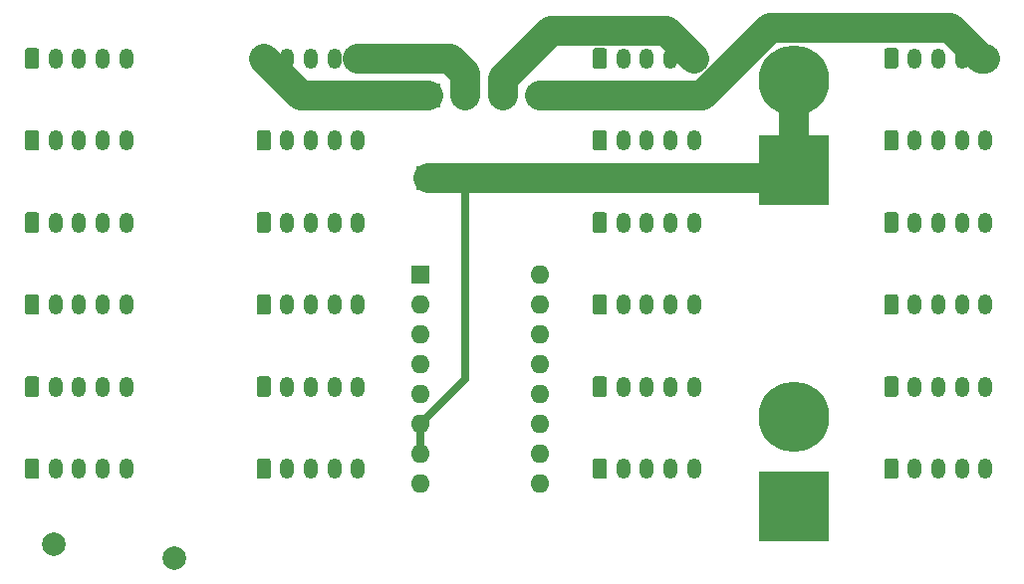
<source format=gbr>
G04 #@! TF.GenerationSoftware,KiCad,Pcbnew,(5.1.5)-3*
G04 #@! TF.CreationDate,2020-07-24T15:51:42-07:00*
G04 #@! TF.ProjectId,DSABATLI1,44534142-4154-44c4-9931-2e6b69636164,rev?*
G04 #@! TF.SameCoordinates,Original*
G04 #@! TF.FileFunction,Copper,L1,Top*
G04 #@! TF.FilePolarity,Positive*
%FSLAX46Y46*%
G04 Gerber Fmt 4.6, Leading zero omitted, Abs format (unit mm)*
G04 Created by KiCad (PCBNEW (5.1.5)-3) date 2020-07-24 15:51:42*
%MOMM*%
%LPD*%
G04 APERTURE LIST*
%ADD10C,1.998980*%
%ADD11R,1.998980X1.998980*%
%ADD12O,1.600000X1.600000*%
%ADD13R,1.600000X1.600000*%
%ADD14C,2.010000*%
%ADD15C,5.999480*%
%ADD16R,5.999480X5.999480*%
%ADD17O,1.200000X1.750000*%
%ADD18C,0.100000*%
%ADD19C,2.540000*%
%ADD20C,0.635000*%
G04 APERTURE END LIST*
D10*
X155575000Y-95250000D03*
X152400000Y-95250000D03*
X149225000Y-95250000D03*
D11*
X146050000Y-95250000D03*
D10*
X155575000Y-88265000D03*
X152400000Y-88265000D03*
X149225000Y-88265000D03*
D11*
X146050000Y-88265000D03*
D12*
X155575000Y-103505000D03*
X145415000Y-121285000D03*
X155575000Y-106045000D03*
X145415000Y-118745000D03*
X155575000Y-108585000D03*
X145415000Y-116205000D03*
X155575000Y-111125000D03*
X145415000Y-113665000D03*
X155575000Y-113665000D03*
X145415000Y-111125000D03*
X155575000Y-116205000D03*
X145415000Y-108585000D03*
X155575000Y-118745000D03*
X145415000Y-106045000D03*
X155575000Y-121285000D03*
D13*
X145415000Y-103505000D03*
D14*
X114260000Y-126435000D03*
X124460000Y-127635000D03*
D15*
X177165000Y-86995000D03*
D16*
X177165000Y-94615000D03*
D15*
X177165000Y-115570000D03*
D16*
X177165000Y-123190000D03*
D17*
X193420000Y-85090000D03*
X191420000Y-85090000D03*
X189420000Y-85090000D03*
X187420000Y-85090000D03*
G04 #@! TA.AperFunction,ComponentPad*
D18*
G36*
X185794505Y-84216204D02*
G01*
X185818773Y-84219804D01*
X185842572Y-84225765D01*
X185865671Y-84234030D01*
X185887850Y-84244520D01*
X185908893Y-84257132D01*
X185928599Y-84271747D01*
X185946777Y-84288223D01*
X185963253Y-84306401D01*
X185977868Y-84326107D01*
X185990480Y-84347150D01*
X186000970Y-84369329D01*
X186009235Y-84392428D01*
X186015196Y-84416227D01*
X186018796Y-84440495D01*
X186020000Y-84464999D01*
X186020000Y-85715001D01*
X186018796Y-85739505D01*
X186015196Y-85763773D01*
X186009235Y-85787572D01*
X186000970Y-85810671D01*
X185990480Y-85832850D01*
X185977868Y-85853893D01*
X185963253Y-85873599D01*
X185946777Y-85891777D01*
X185928599Y-85908253D01*
X185908893Y-85922868D01*
X185887850Y-85935480D01*
X185865671Y-85945970D01*
X185842572Y-85954235D01*
X185818773Y-85960196D01*
X185794505Y-85963796D01*
X185770001Y-85965000D01*
X185069999Y-85965000D01*
X185045495Y-85963796D01*
X185021227Y-85960196D01*
X184997428Y-85954235D01*
X184974329Y-85945970D01*
X184952150Y-85935480D01*
X184931107Y-85922868D01*
X184911401Y-85908253D01*
X184893223Y-85891777D01*
X184876747Y-85873599D01*
X184862132Y-85853893D01*
X184849520Y-85832850D01*
X184839030Y-85810671D01*
X184830765Y-85787572D01*
X184824804Y-85763773D01*
X184821204Y-85739505D01*
X184820000Y-85715001D01*
X184820000Y-84464999D01*
X184821204Y-84440495D01*
X184824804Y-84416227D01*
X184830765Y-84392428D01*
X184839030Y-84369329D01*
X184849520Y-84347150D01*
X184862132Y-84326107D01*
X184876747Y-84306401D01*
X184893223Y-84288223D01*
X184911401Y-84271747D01*
X184931107Y-84257132D01*
X184952150Y-84244520D01*
X184974329Y-84234030D01*
X184997428Y-84225765D01*
X185021227Y-84219804D01*
X185045495Y-84216204D01*
X185069999Y-84215000D01*
X185770001Y-84215000D01*
X185794505Y-84216204D01*
G37*
G04 #@! TD.AperFunction*
D17*
X193420000Y-92075000D03*
X191420000Y-92075000D03*
X189420000Y-92075000D03*
X187420000Y-92075000D03*
G04 #@! TA.AperFunction,ComponentPad*
D18*
G36*
X185794505Y-91201204D02*
G01*
X185818773Y-91204804D01*
X185842572Y-91210765D01*
X185865671Y-91219030D01*
X185887850Y-91229520D01*
X185908893Y-91242132D01*
X185928599Y-91256747D01*
X185946777Y-91273223D01*
X185963253Y-91291401D01*
X185977868Y-91311107D01*
X185990480Y-91332150D01*
X186000970Y-91354329D01*
X186009235Y-91377428D01*
X186015196Y-91401227D01*
X186018796Y-91425495D01*
X186020000Y-91449999D01*
X186020000Y-92700001D01*
X186018796Y-92724505D01*
X186015196Y-92748773D01*
X186009235Y-92772572D01*
X186000970Y-92795671D01*
X185990480Y-92817850D01*
X185977868Y-92838893D01*
X185963253Y-92858599D01*
X185946777Y-92876777D01*
X185928599Y-92893253D01*
X185908893Y-92907868D01*
X185887850Y-92920480D01*
X185865671Y-92930970D01*
X185842572Y-92939235D01*
X185818773Y-92945196D01*
X185794505Y-92948796D01*
X185770001Y-92950000D01*
X185069999Y-92950000D01*
X185045495Y-92948796D01*
X185021227Y-92945196D01*
X184997428Y-92939235D01*
X184974329Y-92930970D01*
X184952150Y-92920480D01*
X184931107Y-92907868D01*
X184911401Y-92893253D01*
X184893223Y-92876777D01*
X184876747Y-92858599D01*
X184862132Y-92838893D01*
X184849520Y-92817850D01*
X184839030Y-92795671D01*
X184830765Y-92772572D01*
X184824804Y-92748773D01*
X184821204Y-92724505D01*
X184820000Y-92700001D01*
X184820000Y-91449999D01*
X184821204Y-91425495D01*
X184824804Y-91401227D01*
X184830765Y-91377428D01*
X184839030Y-91354329D01*
X184849520Y-91332150D01*
X184862132Y-91311107D01*
X184876747Y-91291401D01*
X184893223Y-91273223D01*
X184911401Y-91256747D01*
X184931107Y-91242132D01*
X184952150Y-91229520D01*
X184974329Y-91219030D01*
X184997428Y-91210765D01*
X185021227Y-91204804D01*
X185045495Y-91201204D01*
X185069999Y-91200000D01*
X185770001Y-91200000D01*
X185794505Y-91201204D01*
G37*
G04 #@! TD.AperFunction*
D17*
X193420000Y-99060000D03*
X191420000Y-99060000D03*
X189420000Y-99060000D03*
X187420000Y-99060000D03*
G04 #@! TA.AperFunction,ComponentPad*
D18*
G36*
X185794505Y-98186204D02*
G01*
X185818773Y-98189804D01*
X185842572Y-98195765D01*
X185865671Y-98204030D01*
X185887850Y-98214520D01*
X185908893Y-98227132D01*
X185928599Y-98241747D01*
X185946777Y-98258223D01*
X185963253Y-98276401D01*
X185977868Y-98296107D01*
X185990480Y-98317150D01*
X186000970Y-98339329D01*
X186009235Y-98362428D01*
X186015196Y-98386227D01*
X186018796Y-98410495D01*
X186020000Y-98434999D01*
X186020000Y-99685001D01*
X186018796Y-99709505D01*
X186015196Y-99733773D01*
X186009235Y-99757572D01*
X186000970Y-99780671D01*
X185990480Y-99802850D01*
X185977868Y-99823893D01*
X185963253Y-99843599D01*
X185946777Y-99861777D01*
X185928599Y-99878253D01*
X185908893Y-99892868D01*
X185887850Y-99905480D01*
X185865671Y-99915970D01*
X185842572Y-99924235D01*
X185818773Y-99930196D01*
X185794505Y-99933796D01*
X185770001Y-99935000D01*
X185069999Y-99935000D01*
X185045495Y-99933796D01*
X185021227Y-99930196D01*
X184997428Y-99924235D01*
X184974329Y-99915970D01*
X184952150Y-99905480D01*
X184931107Y-99892868D01*
X184911401Y-99878253D01*
X184893223Y-99861777D01*
X184876747Y-99843599D01*
X184862132Y-99823893D01*
X184849520Y-99802850D01*
X184839030Y-99780671D01*
X184830765Y-99757572D01*
X184824804Y-99733773D01*
X184821204Y-99709505D01*
X184820000Y-99685001D01*
X184820000Y-98434999D01*
X184821204Y-98410495D01*
X184824804Y-98386227D01*
X184830765Y-98362428D01*
X184839030Y-98339329D01*
X184849520Y-98317150D01*
X184862132Y-98296107D01*
X184876747Y-98276401D01*
X184893223Y-98258223D01*
X184911401Y-98241747D01*
X184931107Y-98227132D01*
X184952150Y-98214520D01*
X184974329Y-98204030D01*
X184997428Y-98195765D01*
X185021227Y-98189804D01*
X185045495Y-98186204D01*
X185069999Y-98185000D01*
X185770001Y-98185000D01*
X185794505Y-98186204D01*
G37*
G04 #@! TD.AperFunction*
D17*
X193420000Y-106045000D03*
X191420000Y-106045000D03*
X189420000Y-106045000D03*
X187420000Y-106045000D03*
G04 #@! TA.AperFunction,ComponentPad*
D18*
G36*
X185794505Y-105171204D02*
G01*
X185818773Y-105174804D01*
X185842572Y-105180765D01*
X185865671Y-105189030D01*
X185887850Y-105199520D01*
X185908893Y-105212132D01*
X185928599Y-105226747D01*
X185946777Y-105243223D01*
X185963253Y-105261401D01*
X185977868Y-105281107D01*
X185990480Y-105302150D01*
X186000970Y-105324329D01*
X186009235Y-105347428D01*
X186015196Y-105371227D01*
X186018796Y-105395495D01*
X186020000Y-105419999D01*
X186020000Y-106670001D01*
X186018796Y-106694505D01*
X186015196Y-106718773D01*
X186009235Y-106742572D01*
X186000970Y-106765671D01*
X185990480Y-106787850D01*
X185977868Y-106808893D01*
X185963253Y-106828599D01*
X185946777Y-106846777D01*
X185928599Y-106863253D01*
X185908893Y-106877868D01*
X185887850Y-106890480D01*
X185865671Y-106900970D01*
X185842572Y-106909235D01*
X185818773Y-106915196D01*
X185794505Y-106918796D01*
X185770001Y-106920000D01*
X185069999Y-106920000D01*
X185045495Y-106918796D01*
X185021227Y-106915196D01*
X184997428Y-106909235D01*
X184974329Y-106900970D01*
X184952150Y-106890480D01*
X184931107Y-106877868D01*
X184911401Y-106863253D01*
X184893223Y-106846777D01*
X184876747Y-106828599D01*
X184862132Y-106808893D01*
X184849520Y-106787850D01*
X184839030Y-106765671D01*
X184830765Y-106742572D01*
X184824804Y-106718773D01*
X184821204Y-106694505D01*
X184820000Y-106670001D01*
X184820000Y-105419999D01*
X184821204Y-105395495D01*
X184824804Y-105371227D01*
X184830765Y-105347428D01*
X184839030Y-105324329D01*
X184849520Y-105302150D01*
X184862132Y-105281107D01*
X184876747Y-105261401D01*
X184893223Y-105243223D01*
X184911401Y-105226747D01*
X184931107Y-105212132D01*
X184952150Y-105199520D01*
X184974329Y-105189030D01*
X184997428Y-105180765D01*
X185021227Y-105174804D01*
X185045495Y-105171204D01*
X185069999Y-105170000D01*
X185770001Y-105170000D01*
X185794505Y-105171204D01*
G37*
G04 #@! TD.AperFunction*
D17*
X193420000Y-113030000D03*
X191420000Y-113030000D03*
X189420000Y-113030000D03*
X187420000Y-113030000D03*
G04 #@! TA.AperFunction,ComponentPad*
D18*
G36*
X185794505Y-112156204D02*
G01*
X185818773Y-112159804D01*
X185842572Y-112165765D01*
X185865671Y-112174030D01*
X185887850Y-112184520D01*
X185908893Y-112197132D01*
X185928599Y-112211747D01*
X185946777Y-112228223D01*
X185963253Y-112246401D01*
X185977868Y-112266107D01*
X185990480Y-112287150D01*
X186000970Y-112309329D01*
X186009235Y-112332428D01*
X186015196Y-112356227D01*
X186018796Y-112380495D01*
X186020000Y-112404999D01*
X186020000Y-113655001D01*
X186018796Y-113679505D01*
X186015196Y-113703773D01*
X186009235Y-113727572D01*
X186000970Y-113750671D01*
X185990480Y-113772850D01*
X185977868Y-113793893D01*
X185963253Y-113813599D01*
X185946777Y-113831777D01*
X185928599Y-113848253D01*
X185908893Y-113862868D01*
X185887850Y-113875480D01*
X185865671Y-113885970D01*
X185842572Y-113894235D01*
X185818773Y-113900196D01*
X185794505Y-113903796D01*
X185770001Y-113905000D01*
X185069999Y-113905000D01*
X185045495Y-113903796D01*
X185021227Y-113900196D01*
X184997428Y-113894235D01*
X184974329Y-113885970D01*
X184952150Y-113875480D01*
X184931107Y-113862868D01*
X184911401Y-113848253D01*
X184893223Y-113831777D01*
X184876747Y-113813599D01*
X184862132Y-113793893D01*
X184849520Y-113772850D01*
X184839030Y-113750671D01*
X184830765Y-113727572D01*
X184824804Y-113703773D01*
X184821204Y-113679505D01*
X184820000Y-113655001D01*
X184820000Y-112404999D01*
X184821204Y-112380495D01*
X184824804Y-112356227D01*
X184830765Y-112332428D01*
X184839030Y-112309329D01*
X184849520Y-112287150D01*
X184862132Y-112266107D01*
X184876747Y-112246401D01*
X184893223Y-112228223D01*
X184911401Y-112211747D01*
X184931107Y-112197132D01*
X184952150Y-112184520D01*
X184974329Y-112174030D01*
X184997428Y-112165765D01*
X185021227Y-112159804D01*
X185045495Y-112156204D01*
X185069999Y-112155000D01*
X185770001Y-112155000D01*
X185794505Y-112156204D01*
G37*
G04 #@! TD.AperFunction*
D17*
X193420000Y-120015000D03*
X191420000Y-120015000D03*
X189420000Y-120015000D03*
X187420000Y-120015000D03*
G04 #@! TA.AperFunction,ComponentPad*
D18*
G36*
X185794505Y-119141204D02*
G01*
X185818773Y-119144804D01*
X185842572Y-119150765D01*
X185865671Y-119159030D01*
X185887850Y-119169520D01*
X185908893Y-119182132D01*
X185928599Y-119196747D01*
X185946777Y-119213223D01*
X185963253Y-119231401D01*
X185977868Y-119251107D01*
X185990480Y-119272150D01*
X186000970Y-119294329D01*
X186009235Y-119317428D01*
X186015196Y-119341227D01*
X186018796Y-119365495D01*
X186020000Y-119389999D01*
X186020000Y-120640001D01*
X186018796Y-120664505D01*
X186015196Y-120688773D01*
X186009235Y-120712572D01*
X186000970Y-120735671D01*
X185990480Y-120757850D01*
X185977868Y-120778893D01*
X185963253Y-120798599D01*
X185946777Y-120816777D01*
X185928599Y-120833253D01*
X185908893Y-120847868D01*
X185887850Y-120860480D01*
X185865671Y-120870970D01*
X185842572Y-120879235D01*
X185818773Y-120885196D01*
X185794505Y-120888796D01*
X185770001Y-120890000D01*
X185069999Y-120890000D01*
X185045495Y-120888796D01*
X185021227Y-120885196D01*
X184997428Y-120879235D01*
X184974329Y-120870970D01*
X184952150Y-120860480D01*
X184931107Y-120847868D01*
X184911401Y-120833253D01*
X184893223Y-120816777D01*
X184876747Y-120798599D01*
X184862132Y-120778893D01*
X184849520Y-120757850D01*
X184839030Y-120735671D01*
X184830765Y-120712572D01*
X184824804Y-120688773D01*
X184821204Y-120664505D01*
X184820000Y-120640001D01*
X184820000Y-119389999D01*
X184821204Y-119365495D01*
X184824804Y-119341227D01*
X184830765Y-119317428D01*
X184839030Y-119294329D01*
X184849520Y-119272150D01*
X184862132Y-119251107D01*
X184876747Y-119231401D01*
X184893223Y-119213223D01*
X184911401Y-119196747D01*
X184931107Y-119182132D01*
X184952150Y-119169520D01*
X184974329Y-119159030D01*
X184997428Y-119150765D01*
X185021227Y-119144804D01*
X185045495Y-119141204D01*
X185069999Y-119140000D01*
X185770001Y-119140000D01*
X185794505Y-119141204D01*
G37*
G04 #@! TD.AperFunction*
D17*
X168655000Y-85090000D03*
X166655000Y-85090000D03*
X164655000Y-85090000D03*
X162655000Y-85090000D03*
G04 #@! TA.AperFunction,ComponentPad*
D18*
G36*
X161029505Y-84216204D02*
G01*
X161053773Y-84219804D01*
X161077572Y-84225765D01*
X161100671Y-84234030D01*
X161122850Y-84244520D01*
X161143893Y-84257132D01*
X161163599Y-84271747D01*
X161181777Y-84288223D01*
X161198253Y-84306401D01*
X161212868Y-84326107D01*
X161225480Y-84347150D01*
X161235970Y-84369329D01*
X161244235Y-84392428D01*
X161250196Y-84416227D01*
X161253796Y-84440495D01*
X161255000Y-84464999D01*
X161255000Y-85715001D01*
X161253796Y-85739505D01*
X161250196Y-85763773D01*
X161244235Y-85787572D01*
X161235970Y-85810671D01*
X161225480Y-85832850D01*
X161212868Y-85853893D01*
X161198253Y-85873599D01*
X161181777Y-85891777D01*
X161163599Y-85908253D01*
X161143893Y-85922868D01*
X161122850Y-85935480D01*
X161100671Y-85945970D01*
X161077572Y-85954235D01*
X161053773Y-85960196D01*
X161029505Y-85963796D01*
X161005001Y-85965000D01*
X160304999Y-85965000D01*
X160280495Y-85963796D01*
X160256227Y-85960196D01*
X160232428Y-85954235D01*
X160209329Y-85945970D01*
X160187150Y-85935480D01*
X160166107Y-85922868D01*
X160146401Y-85908253D01*
X160128223Y-85891777D01*
X160111747Y-85873599D01*
X160097132Y-85853893D01*
X160084520Y-85832850D01*
X160074030Y-85810671D01*
X160065765Y-85787572D01*
X160059804Y-85763773D01*
X160056204Y-85739505D01*
X160055000Y-85715001D01*
X160055000Y-84464999D01*
X160056204Y-84440495D01*
X160059804Y-84416227D01*
X160065765Y-84392428D01*
X160074030Y-84369329D01*
X160084520Y-84347150D01*
X160097132Y-84326107D01*
X160111747Y-84306401D01*
X160128223Y-84288223D01*
X160146401Y-84271747D01*
X160166107Y-84257132D01*
X160187150Y-84244520D01*
X160209329Y-84234030D01*
X160232428Y-84225765D01*
X160256227Y-84219804D01*
X160280495Y-84216204D01*
X160304999Y-84215000D01*
X161005001Y-84215000D01*
X161029505Y-84216204D01*
G37*
G04 #@! TD.AperFunction*
D17*
X168655000Y-92075000D03*
X166655000Y-92075000D03*
X164655000Y-92075000D03*
X162655000Y-92075000D03*
G04 #@! TA.AperFunction,ComponentPad*
D18*
G36*
X161029505Y-91201204D02*
G01*
X161053773Y-91204804D01*
X161077572Y-91210765D01*
X161100671Y-91219030D01*
X161122850Y-91229520D01*
X161143893Y-91242132D01*
X161163599Y-91256747D01*
X161181777Y-91273223D01*
X161198253Y-91291401D01*
X161212868Y-91311107D01*
X161225480Y-91332150D01*
X161235970Y-91354329D01*
X161244235Y-91377428D01*
X161250196Y-91401227D01*
X161253796Y-91425495D01*
X161255000Y-91449999D01*
X161255000Y-92700001D01*
X161253796Y-92724505D01*
X161250196Y-92748773D01*
X161244235Y-92772572D01*
X161235970Y-92795671D01*
X161225480Y-92817850D01*
X161212868Y-92838893D01*
X161198253Y-92858599D01*
X161181777Y-92876777D01*
X161163599Y-92893253D01*
X161143893Y-92907868D01*
X161122850Y-92920480D01*
X161100671Y-92930970D01*
X161077572Y-92939235D01*
X161053773Y-92945196D01*
X161029505Y-92948796D01*
X161005001Y-92950000D01*
X160304999Y-92950000D01*
X160280495Y-92948796D01*
X160256227Y-92945196D01*
X160232428Y-92939235D01*
X160209329Y-92930970D01*
X160187150Y-92920480D01*
X160166107Y-92907868D01*
X160146401Y-92893253D01*
X160128223Y-92876777D01*
X160111747Y-92858599D01*
X160097132Y-92838893D01*
X160084520Y-92817850D01*
X160074030Y-92795671D01*
X160065765Y-92772572D01*
X160059804Y-92748773D01*
X160056204Y-92724505D01*
X160055000Y-92700001D01*
X160055000Y-91449999D01*
X160056204Y-91425495D01*
X160059804Y-91401227D01*
X160065765Y-91377428D01*
X160074030Y-91354329D01*
X160084520Y-91332150D01*
X160097132Y-91311107D01*
X160111747Y-91291401D01*
X160128223Y-91273223D01*
X160146401Y-91256747D01*
X160166107Y-91242132D01*
X160187150Y-91229520D01*
X160209329Y-91219030D01*
X160232428Y-91210765D01*
X160256227Y-91204804D01*
X160280495Y-91201204D01*
X160304999Y-91200000D01*
X161005001Y-91200000D01*
X161029505Y-91201204D01*
G37*
G04 #@! TD.AperFunction*
D17*
X168655000Y-99060000D03*
X166655000Y-99060000D03*
X164655000Y-99060000D03*
X162655000Y-99060000D03*
G04 #@! TA.AperFunction,ComponentPad*
D18*
G36*
X161029505Y-98186204D02*
G01*
X161053773Y-98189804D01*
X161077572Y-98195765D01*
X161100671Y-98204030D01*
X161122850Y-98214520D01*
X161143893Y-98227132D01*
X161163599Y-98241747D01*
X161181777Y-98258223D01*
X161198253Y-98276401D01*
X161212868Y-98296107D01*
X161225480Y-98317150D01*
X161235970Y-98339329D01*
X161244235Y-98362428D01*
X161250196Y-98386227D01*
X161253796Y-98410495D01*
X161255000Y-98434999D01*
X161255000Y-99685001D01*
X161253796Y-99709505D01*
X161250196Y-99733773D01*
X161244235Y-99757572D01*
X161235970Y-99780671D01*
X161225480Y-99802850D01*
X161212868Y-99823893D01*
X161198253Y-99843599D01*
X161181777Y-99861777D01*
X161163599Y-99878253D01*
X161143893Y-99892868D01*
X161122850Y-99905480D01*
X161100671Y-99915970D01*
X161077572Y-99924235D01*
X161053773Y-99930196D01*
X161029505Y-99933796D01*
X161005001Y-99935000D01*
X160304999Y-99935000D01*
X160280495Y-99933796D01*
X160256227Y-99930196D01*
X160232428Y-99924235D01*
X160209329Y-99915970D01*
X160187150Y-99905480D01*
X160166107Y-99892868D01*
X160146401Y-99878253D01*
X160128223Y-99861777D01*
X160111747Y-99843599D01*
X160097132Y-99823893D01*
X160084520Y-99802850D01*
X160074030Y-99780671D01*
X160065765Y-99757572D01*
X160059804Y-99733773D01*
X160056204Y-99709505D01*
X160055000Y-99685001D01*
X160055000Y-98434999D01*
X160056204Y-98410495D01*
X160059804Y-98386227D01*
X160065765Y-98362428D01*
X160074030Y-98339329D01*
X160084520Y-98317150D01*
X160097132Y-98296107D01*
X160111747Y-98276401D01*
X160128223Y-98258223D01*
X160146401Y-98241747D01*
X160166107Y-98227132D01*
X160187150Y-98214520D01*
X160209329Y-98204030D01*
X160232428Y-98195765D01*
X160256227Y-98189804D01*
X160280495Y-98186204D01*
X160304999Y-98185000D01*
X161005001Y-98185000D01*
X161029505Y-98186204D01*
G37*
G04 #@! TD.AperFunction*
D17*
X168655000Y-106045000D03*
X166655000Y-106045000D03*
X164655000Y-106045000D03*
X162655000Y-106045000D03*
G04 #@! TA.AperFunction,ComponentPad*
D18*
G36*
X161029505Y-105171204D02*
G01*
X161053773Y-105174804D01*
X161077572Y-105180765D01*
X161100671Y-105189030D01*
X161122850Y-105199520D01*
X161143893Y-105212132D01*
X161163599Y-105226747D01*
X161181777Y-105243223D01*
X161198253Y-105261401D01*
X161212868Y-105281107D01*
X161225480Y-105302150D01*
X161235970Y-105324329D01*
X161244235Y-105347428D01*
X161250196Y-105371227D01*
X161253796Y-105395495D01*
X161255000Y-105419999D01*
X161255000Y-106670001D01*
X161253796Y-106694505D01*
X161250196Y-106718773D01*
X161244235Y-106742572D01*
X161235970Y-106765671D01*
X161225480Y-106787850D01*
X161212868Y-106808893D01*
X161198253Y-106828599D01*
X161181777Y-106846777D01*
X161163599Y-106863253D01*
X161143893Y-106877868D01*
X161122850Y-106890480D01*
X161100671Y-106900970D01*
X161077572Y-106909235D01*
X161053773Y-106915196D01*
X161029505Y-106918796D01*
X161005001Y-106920000D01*
X160304999Y-106920000D01*
X160280495Y-106918796D01*
X160256227Y-106915196D01*
X160232428Y-106909235D01*
X160209329Y-106900970D01*
X160187150Y-106890480D01*
X160166107Y-106877868D01*
X160146401Y-106863253D01*
X160128223Y-106846777D01*
X160111747Y-106828599D01*
X160097132Y-106808893D01*
X160084520Y-106787850D01*
X160074030Y-106765671D01*
X160065765Y-106742572D01*
X160059804Y-106718773D01*
X160056204Y-106694505D01*
X160055000Y-106670001D01*
X160055000Y-105419999D01*
X160056204Y-105395495D01*
X160059804Y-105371227D01*
X160065765Y-105347428D01*
X160074030Y-105324329D01*
X160084520Y-105302150D01*
X160097132Y-105281107D01*
X160111747Y-105261401D01*
X160128223Y-105243223D01*
X160146401Y-105226747D01*
X160166107Y-105212132D01*
X160187150Y-105199520D01*
X160209329Y-105189030D01*
X160232428Y-105180765D01*
X160256227Y-105174804D01*
X160280495Y-105171204D01*
X160304999Y-105170000D01*
X161005001Y-105170000D01*
X161029505Y-105171204D01*
G37*
G04 #@! TD.AperFunction*
D17*
X168655000Y-113030000D03*
X166655000Y-113030000D03*
X164655000Y-113030000D03*
X162655000Y-113030000D03*
G04 #@! TA.AperFunction,ComponentPad*
D18*
G36*
X161029505Y-112156204D02*
G01*
X161053773Y-112159804D01*
X161077572Y-112165765D01*
X161100671Y-112174030D01*
X161122850Y-112184520D01*
X161143893Y-112197132D01*
X161163599Y-112211747D01*
X161181777Y-112228223D01*
X161198253Y-112246401D01*
X161212868Y-112266107D01*
X161225480Y-112287150D01*
X161235970Y-112309329D01*
X161244235Y-112332428D01*
X161250196Y-112356227D01*
X161253796Y-112380495D01*
X161255000Y-112404999D01*
X161255000Y-113655001D01*
X161253796Y-113679505D01*
X161250196Y-113703773D01*
X161244235Y-113727572D01*
X161235970Y-113750671D01*
X161225480Y-113772850D01*
X161212868Y-113793893D01*
X161198253Y-113813599D01*
X161181777Y-113831777D01*
X161163599Y-113848253D01*
X161143893Y-113862868D01*
X161122850Y-113875480D01*
X161100671Y-113885970D01*
X161077572Y-113894235D01*
X161053773Y-113900196D01*
X161029505Y-113903796D01*
X161005001Y-113905000D01*
X160304999Y-113905000D01*
X160280495Y-113903796D01*
X160256227Y-113900196D01*
X160232428Y-113894235D01*
X160209329Y-113885970D01*
X160187150Y-113875480D01*
X160166107Y-113862868D01*
X160146401Y-113848253D01*
X160128223Y-113831777D01*
X160111747Y-113813599D01*
X160097132Y-113793893D01*
X160084520Y-113772850D01*
X160074030Y-113750671D01*
X160065765Y-113727572D01*
X160059804Y-113703773D01*
X160056204Y-113679505D01*
X160055000Y-113655001D01*
X160055000Y-112404999D01*
X160056204Y-112380495D01*
X160059804Y-112356227D01*
X160065765Y-112332428D01*
X160074030Y-112309329D01*
X160084520Y-112287150D01*
X160097132Y-112266107D01*
X160111747Y-112246401D01*
X160128223Y-112228223D01*
X160146401Y-112211747D01*
X160166107Y-112197132D01*
X160187150Y-112184520D01*
X160209329Y-112174030D01*
X160232428Y-112165765D01*
X160256227Y-112159804D01*
X160280495Y-112156204D01*
X160304999Y-112155000D01*
X161005001Y-112155000D01*
X161029505Y-112156204D01*
G37*
G04 #@! TD.AperFunction*
D17*
X168655000Y-120015000D03*
X166655000Y-120015000D03*
X164655000Y-120015000D03*
X162655000Y-120015000D03*
G04 #@! TA.AperFunction,ComponentPad*
D18*
G36*
X161029505Y-119141204D02*
G01*
X161053773Y-119144804D01*
X161077572Y-119150765D01*
X161100671Y-119159030D01*
X161122850Y-119169520D01*
X161143893Y-119182132D01*
X161163599Y-119196747D01*
X161181777Y-119213223D01*
X161198253Y-119231401D01*
X161212868Y-119251107D01*
X161225480Y-119272150D01*
X161235970Y-119294329D01*
X161244235Y-119317428D01*
X161250196Y-119341227D01*
X161253796Y-119365495D01*
X161255000Y-119389999D01*
X161255000Y-120640001D01*
X161253796Y-120664505D01*
X161250196Y-120688773D01*
X161244235Y-120712572D01*
X161235970Y-120735671D01*
X161225480Y-120757850D01*
X161212868Y-120778893D01*
X161198253Y-120798599D01*
X161181777Y-120816777D01*
X161163599Y-120833253D01*
X161143893Y-120847868D01*
X161122850Y-120860480D01*
X161100671Y-120870970D01*
X161077572Y-120879235D01*
X161053773Y-120885196D01*
X161029505Y-120888796D01*
X161005001Y-120890000D01*
X160304999Y-120890000D01*
X160280495Y-120888796D01*
X160256227Y-120885196D01*
X160232428Y-120879235D01*
X160209329Y-120870970D01*
X160187150Y-120860480D01*
X160166107Y-120847868D01*
X160146401Y-120833253D01*
X160128223Y-120816777D01*
X160111747Y-120798599D01*
X160097132Y-120778893D01*
X160084520Y-120757850D01*
X160074030Y-120735671D01*
X160065765Y-120712572D01*
X160059804Y-120688773D01*
X160056204Y-120664505D01*
X160055000Y-120640001D01*
X160055000Y-119389999D01*
X160056204Y-119365495D01*
X160059804Y-119341227D01*
X160065765Y-119317428D01*
X160074030Y-119294329D01*
X160084520Y-119272150D01*
X160097132Y-119251107D01*
X160111747Y-119231401D01*
X160128223Y-119213223D01*
X160146401Y-119196747D01*
X160166107Y-119182132D01*
X160187150Y-119169520D01*
X160209329Y-119159030D01*
X160232428Y-119150765D01*
X160256227Y-119144804D01*
X160280495Y-119141204D01*
X160304999Y-119140000D01*
X161005001Y-119140000D01*
X161029505Y-119141204D01*
G37*
G04 #@! TD.AperFunction*
D17*
X140080000Y-85090000D03*
X138080000Y-85090000D03*
X136080000Y-85090000D03*
X134080000Y-85090000D03*
G04 #@! TA.AperFunction,ComponentPad*
D18*
G36*
X132454505Y-84216204D02*
G01*
X132478773Y-84219804D01*
X132502572Y-84225765D01*
X132525671Y-84234030D01*
X132547850Y-84244520D01*
X132568893Y-84257132D01*
X132588599Y-84271747D01*
X132606777Y-84288223D01*
X132623253Y-84306401D01*
X132637868Y-84326107D01*
X132650480Y-84347150D01*
X132660970Y-84369329D01*
X132669235Y-84392428D01*
X132675196Y-84416227D01*
X132678796Y-84440495D01*
X132680000Y-84464999D01*
X132680000Y-85715001D01*
X132678796Y-85739505D01*
X132675196Y-85763773D01*
X132669235Y-85787572D01*
X132660970Y-85810671D01*
X132650480Y-85832850D01*
X132637868Y-85853893D01*
X132623253Y-85873599D01*
X132606777Y-85891777D01*
X132588599Y-85908253D01*
X132568893Y-85922868D01*
X132547850Y-85935480D01*
X132525671Y-85945970D01*
X132502572Y-85954235D01*
X132478773Y-85960196D01*
X132454505Y-85963796D01*
X132430001Y-85965000D01*
X131729999Y-85965000D01*
X131705495Y-85963796D01*
X131681227Y-85960196D01*
X131657428Y-85954235D01*
X131634329Y-85945970D01*
X131612150Y-85935480D01*
X131591107Y-85922868D01*
X131571401Y-85908253D01*
X131553223Y-85891777D01*
X131536747Y-85873599D01*
X131522132Y-85853893D01*
X131509520Y-85832850D01*
X131499030Y-85810671D01*
X131490765Y-85787572D01*
X131484804Y-85763773D01*
X131481204Y-85739505D01*
X131480000Y-85715001D01*
X131480000Y-84464999D01*
X131481204Y-84440495D01*
X131484804Y-84416227D01*
X131490765Y-84392428D01*
X131499030Y-84369329D01*
X131509520Y-84347150D01*
X131522132Y-84326107D01*
X131536747Y-84306401D01*
X131553223Y-84288223D01*
X131571401Y-84271747D01*
X131591107Y-84257132D01*
X131612150Y-84244520D01*
X131634329Y-84234030D01*
X131657428Y-84225765D01*
X131681227Y-84219804D01*
X131705495Y-84216204D01*
X131729999Y-84215000D01*
X132430001Y-84215000D01*
X132454505Y-84216204D01*
G37*
G04 #@! TD.AperFunction*
D17*
X140080000Y-92075000D03*
X138080000Y-92075000D03*
X136080000Y-92075000D03*
X134080000Y-92075000D03*
G04 #@! TA.AperFunction,ComponentPad*
D18*
G36*
X132454505Y-91201204D02*
G01*
X132478773Y-91204804D01*
X132502572Y-91210765D01*
X132525671Y-91219030D01*
X132547850Y-91229520D01*
X132568893Y-91242132D01*
X132588599Y-91256747D01*
X132606777Y-91273223D01*
X132623253Y-91291401D01*
X132637868Y-91311107D01*
X132650480Y-91332150D01*
X132660970Y-91354329D01*
X132669235Y-91377428D01*
X132675196Y-91401227D01*
X132678796Y-91425495D01*
X132680000Y-91449999D01*
X132680000Y-92700001D01*
X132678796Y-92724505D01*
X132675196Y-92748773D01*
X132669235Y-92772572D01*
X132660970Y-92795671D01*
X132650480Y-92817850D01*
X132637868Y-92838893D01*
X132623253Y-92858599D01*
X132606777Y-92876777D01*
X132588599Y-92893253D01*
X132568893Y-92907868D01*
X132547850Y-92920480D01*
X132525671Y-92930970D01*
X132502572Y-92939235D01*
X132478773Y-92945196D01*
X132454505Y-92948796D01*
X132430001Y-92950000D01*
X131729999Y-92950000D01*
X131705495Y-92948796D01*
X131681227Y-92945196D01*
X131657428Y-92939235D01*
X131634329Y-92930970D01*
X131612150Y-92920480D01*
X131591107Y-92907868D01*
X131571401Y-92893253D01*
X131553223Y-92876777D01*
X131536747Y-92858599D01*
X131522132Y-92838893D01*
X131509520Y-92817850D01*
X131499030Y-92795671D01*
X131490765Y-92772572D01*
X131484804Y-92748773D01*
X131481204Y-92724505D01*
X131480000Y-92700001D01*
X131480000Y-91449999D01*
X131481204Y-91425495D01*
X131484804Y-91401227D01*
X131490765Y-91377428D01*
X131499030Y-91354329D01*
X131509520Y-91332150D01*
X131522132Y-91311107D01*
X131536747Y-91291401D01*
X131553223Y-91273223D01*
X131571401Y-91256747D01*
X131591107Y-91242132D01*
X131612150Y-91229520D01*
X131634329Y-91219030D01*
X131657428Y-91210765D01*
X131681227Y-91204804D01*
X131705495Y-91201204D01*
X131729999Y-91200000D01*
X132430001Y-91200000D01*
X132454505Y-91201204D01*
G37*
G04 #@! TD.AperFunction*
D17*
X140080000Y-99060000D03*
X138080000Y-99060000D03*
X136080000Y-99060000D03*
X134080000Y-99060000D03*
G04 #@! TA.AperFunction,ComponentPad*
D18*
G36*
X132454505Y-98186204D02*
G01*
X132478773Y-98189804D01*
X132502572Y-98195765D01*
X132525671Y-98204030D01*
X132547850Y-98214520D01*
X132568893Y-98227132D01*
X132588599Y-98241747D01*
X132606777Y-98258223D01*
X132623253Y-98276401D01*
X132637868Y-98296107D01*
X132650480Y-98317150D01*
X132660970Y-98339329D01*
X132669235Y-98362428D01*
X132675196Y-98386227D01*
X132678796Y-98410495D01*
X132680000Y-98434999D01*
X132680000Y-99685001D01*
X132678796Y-99709505D01*
X132675196Y-99733773D01*
X132669235Y-99757572D01*
X132660970Y-99780671D01*
X132650480Y-99802850D01*
X132637868Y-99823893D01*
X132623253Y-99843599D01*
X132606777Y-99861777D01*
X132588599Y-99878253D01*
X132568893Y-99892868D01*
X132547850Y-99905480D01*
X132525671Y-99915970D01*
X132502572Y-99924235D01*
X132478773Y-99930196D01*
X132454505Y-99933796D01*
X132430001Y-99935000D01*
X131729999Y-99935000D01*
X131705495Y-99933796D01*
X131681227Y-99930196D01*
X131657428Y-99924235D01*
X131634329Y-99915970D01*
X131612150Y-99905480D01*
X131591107Y-99892868D01*
X131571401Y-99878253D01*
X131553223Y-99861777D01*
X131536747Y-99843599D01*
X131522132Y-99823893D01*
X131509520Y-99802850D01*
X131499030Y-99780671D01*
X131490765Y-99757572D01*
X131484804Y-99733773D01*
X131481204Y-99709505D01*
X131480000Y-99685001D01*
X131480000Y-98434999D01*
X131481204Y-98410495D01*
X131484804Y-98386227D01*
X131490765Y-98362428D01*
X131499030Y-98339329D01*
X131509520Y-98317150D01*
X131522132Y-98296107D01*
X131536747Y-98276401D01*
X131553223Y-98258223D01*
X131571401Y-98241747D01*
X131591107Y-98227132D01*
X131612150Y-98214520D01*
X131634329Y-98204030D01*
X131657428Y-98195765D01*
X131681227Y-98189804D01*
X131705495Y-98186204D01*
X131729999Y-98185000D01*
X132430001Y-98185000D01*
X132454505Y-98186204D01*
G37*
G04 #@! TD.AperFunction*
D17*
X140080000Y-106045000D03*
X138080000Y-106045000D03*
X136080000Y-106045000D03*
X134080000Y-106045000D03*
G04 #@! TA.AperFunction,ComponentPad*
D18*
G36*
X132454505Y-105171204D02*
G01*
X132478773Y-105174804D01*
X132502572Y-105180765D01*
X132525671Y-105189030D01*
X132547850Y-105199520D01*
X132568893Y-105212132D01*
X132588599Y-105226747D01*
X132606777Y-105243223D01*
X132623253Y-105261401D01*
X132637868Y-105281107D01*
X132650480Y-105302150D01*
X132660970Y-105324329D01*
X132669235Y-105347428D01*
X132675196Y-105371227D01*
X132678796Y-105395495D01*
X132680000Y-105419999D01*
X132680000Y-106670001D01*
X132678796Y-106694505D01*
X132675196Y-106718773D01*
X132669235Y-106742572D01*
X132660970Y-106765671D01*
X132650480Y-106787850D01*
X132637868Y-106808893D01*
X132623253Y-106828599D01*
X132606777Y-106846777D01*
X132588599Y-106863253D01*
X132568893Y-106877868D01*
X132547850Y-106890480D01*
X132525671Y-106900970D01*
X132502572Y-106909235D01*
X132478773Y-106915196D01*
X132454505Y-106918796D01*
X132430001Y-106920000D01*
X131729999Y-106920000D01*
X131705495Y-106918796D01*
X131681227Y-106915196D01*
X131657428Y-106909235D01*
X131634329Y-106900970D01*
X131612150Y-106890480D01*
X131591107Y-106877868D01*
X131571401Y-106863253D01*
X131553223Y-106846777D01*
X131536747Y-106828599D01*
X131522132Y-106808893D01*
X131509520Y-106787850D01*
X131499030Y-106765671D01*
X131490765Y-106742572D01*
X131484804Y-106718773D01*
X131481204Y-106694505D01*
X131480000Y-106670001D01*
X131480000Y-105419999D01*
X131481204Y-105395495D01*
X131484804Y-105371227D01*
X131490765Y-105347428D01*
X131499030Y-105324329D01*
X131509520Y-105302150D01*
X131522132Y-105281107D01*
X131536747Y-105261401D01*
X131553223Y-105243223D01*
X131571401Y-105226747D01*
X131591107Y-105212132D01*
X131612150Y-105199520D01*
X131634329Y-105189030D01*
X131657428Y-105180765D01*
X131681227Y-105174804D01*
X131705495Y-105171204D01*
X131729999Y-105170000D01*
X132430001Y-105170000D01*
X132454505Y-105171204D01*
G37*
G04 #@! TD.AperFunction*
D17*
X140080000Y-113030000D03*
X138080000Y-113030000D03*
X136080000Y-113030000D03*
X134080000Y-113030000D03*
G04 #@! TA.AperFunction,ComponentPad*
D18*
G36*
X132454505Y-112156204D02*
G01*
X132478773Y-112159804D01*
X132502572Y-112165765D01*
X132525671Y-112174030D01*
X132547850Y-112184520D01*
X132568893Y-112197132D01*
X132588599Y-112211747D01*
X132606777Y-112228223D01*
X132623253Y-112246401D01*
X132637868Y-112266107D01*
X132650480Y-112287150D01*
X132660970Y-112309329D01*
X132669235Y-112332428D01*
X132675196Y-112356227D01*
X132678796Y-112380495D01*
X132680000Y-112404999D01*
X132680000Y-113655001D01*
X132678796Y-113679505D01*
X132675196Y-113703773D01*
X132669235Y-113727572D01*
X132660970Y-113750671D01*
X132650480Y-113772850D01*
X132637868Y-113793893D01*
X132623253Y-113813599D01*
X132606777Y-113831777D01*
X132588599Y-113848253D01*
X132568893Y-113862868D01*
X132547850Y-113875480D01*
X132525671Y-113885970D01*
X132502572Y-113894235D01*
X132478773Y-113900196D01*
X132454505Y-113903796D01*
X132430001Y-113905000D01*
X131729999Y-113905000D01*
X131705495Y-113903796D01*
X131681227Y-113900196D01*
X131657428Y-113894235D01*
X131634329Y-113885970D01*
X131612150Y-113875480D01*
X131591107Y-113862868D01*
X131571401Y-113848253D01*
X131553223Y-113831777D01*
X131536747Y-113813599D01*
X131522132Y-113793893D01*
X131509520Y-113772850D01*
X131499030Y-113750671D01*
X131490765Y-113727572D01*
X131484804Y-113703773D01*
X131481204Y-113679505D01*
X131480000Y-113655001D01*
X131480000Y-112404999D01*
X131481204Y-112380495D01*
X131484804Y-112356227D01*
X131490765Y-112332428D01*
X131499030Y-112309329D01*
X131509520Y-112287150D01*
X131522132Y-112266107D01*
X131536747Y-112246401D01*
X131553223Y-112228223D01*
X131571401Y-112211747D01*
X131591107Y-112197132D01*
X131612150Y-112184520D01*
X131634329Y-112174030D01*
X131657428Y-112165765D01*
X131681227Y-112159804D01*
X131705495Y-112156204D01*
X131729999Y-112155000D01*
X132430001Y-112155000D01*
X132454505Y-112156204D01*
G37*
G04 #@! TD.AperFunction*
D17*
X140080000Y-120015000D03*
X138080000Y-120015000D03*
X136080000Y-120015000D03*
X134080000Y-120015000D03*
G04 #@! TA.AperFunction,ComponentPad*
D18*
G36*
X132454505Y-119141204D02*
G01*
X132478773Y-119144804D01*
X132502572Y-119150765D01*
X132525671Y-119159030D01*
X132547850Y-119169520D01*
X132568893Y-119182132D01*
X132588599Y-119196747D01*
X132606777Y-119213223D01*
X132623253Y-119231401D01*
X132637868Y-119251107D01*
X132650480Y-119272150D01*
X132660970Y-119294329D01*
X132669235Y-119317428D01*
X132675196Y-119341227D01*
X132678796Y-119365495D01*
X132680000Y-119389999D01*
X132680000Y-120640001D01*
X132678796Y-120664505D01*
X132675196Y-120688773D01*
X132669235Y-120712572D01*
X132660970Y-120735671D01*
X132650480Y-120757850D01*
X132637868Y-120778893D01*
X132623253Y-120798599D01*
X132606777Y-120816777D01*
X132588599Y-120833253D01*
X132568893Y-120847868D01*
X132547850Y-120860480D01*
X132525671Y-120870970D01*
X132502572Y-120879235D01*
X132478773Y-120885196D01*
X132454505Y-120888796D01*
X132430001Y-120890000D01*
X131729999Y-120890000D01*
X131705495Y-120888796D01*
X131681227Y-120885196D01*
X131657428Y-120879235D01*
X131634329Y-120870970D01*
X131612150Y-120860480D01*
X131591107Y-120847868D01*
X131571401Y-120833253D01*
X131553223Y-120816777D01*
X131536747Y-120798599D01*
X131522132Y-120778893D01*
X131509520Y-120757850D01*
X131499030Y-120735671D01*
X131490765Y-120712572D01*
X131484804Y-120688773D01*
X131481204Y-120664505D01*
X131480000Y-120640001D01*
X131480000Y-119389999D01*
X131481204Y-119365495D01*
X131484804Y-119341227D01*
X131490765Y-119317428D01*
X131499030Y-119294329D01*
X131509520Y-119272150D01*
X131522132Y-119251107D01*
X131536747Y-119231401D01*
X131553223Y-119213223D01*
X131571401Y-119196747D01*
X131591107Y-119182132D01*
X131612150Y-119169520D01*
X131634329Y-119159030D01*
X131657428Y-119150765D01*
X131681227Y-119144804D01*
X131705495Y-119141204D01*
X131729999Y-119140000D01*
X132430001Y-119140000D01*
X132454505Y-119141204D01*
G37*
G04 #@! TD.AperFunction*
D17*
X120395000Y-85090000D03*
X118395000Y-85090000D03*
X116395000Y-85090000D03*
X114395000Y-85090000D03*
G04 #@! TA.AperFunction,ComponentPad*
D18*
G36*
X112769505Y-84216204D02*
G01*
X112793773Y-84219804D01*
X112817572Y-84225765D01*
X112840671Y-84234030D01*
X112862850Y-84244520D01*
X112883893Y-84257132D01*
X112903599Y-84271747D01*
X112921777Y-84288223D01*
X112938253Y-84306401D01*
X112952868Y-84326107D01*
X112965480Y-84347150D01*
X112975970Y-84369329D01*
X112984235Y-84392428D01*
X112990196Y-84416227D01*
X112993796Y-84440495D01*
X112995000Y-84464999D01*
X112995000Y-85715001D01*
X112993796Y-85739505D01*
X112990196Y-85763773D01*
X112984235Y-85787572D01*
X112975970Y-85810671D01*
X112965480Y-85832850D01*
X112952868Y-85853893D01*
X112938253Y-85873599D01*
X112921777Y-85891777D01*
X112903599Y-85908253D01*
X112883893Y-85922868D01*
X112862850Y-85935480D01*
X112840671Y-85945970D01*
X112817572Y-85954235D01*
X112793773Y-85960196D01*
X112769505Y-85963796D01*
X112745001Y-85965000D01*
X112044999Y-85965000D01*
X112020495Y-85963796D01*
X111996227Y-85960196D01*
X111972428Y-85954235D01*
X111949329Y-85945970D01*
X111927150Y-85935480D01*
X111906107Y-85922868D01*
X111886401Y-85908253D01*
X111868223Y-85891777D01*
X111851747Y-85873599D01*
X111837132Y-85853893D01*
X111824520Y-85832850D01*
X111814030Y-85810671D01*
X111805765Y-85787572D01*
X111799804Y-85763773D01*
X111796204Y-85739505D01*
X111795000Y-85715001D01*
X111795000Y-84464999D01*
X111796204Y-84440495D01*
X111799804Y-84416227D01*
X111805765Y-84392428D01*
X111814030Y-84369329D01*
X111824520Y-84347150D01*
X111837132Y-84326107D01*
X111851747Y-84306401D01*
X111868223Y-84288223D01*
X111886401Y-84271747D01*
X111906107Y-84257132D01*
X111927150Y-84244520D01*
X111949329Y-84234030D01*
X111972428Y-84225765D01*
X111996227Y-84219804D01*
X112020495Y-84216204D01*
X112044999Y-84215000D01*
X112745001Y-84215000D01*
X112769505Y-84216204D01*
G37*
G04 #@! TD.AperFunction*
D17*
X120395000Y-92075000D03*
X118395000Y-92075000D03*
X116395000Y-92075000D03*
X114395000Y-92075000D03*
G04 #@! TA.AperFunction,ComponentPad*
D18*
G36*
X112769505Y-91201204D02*
G01*
X112793773Y-91204804D01*
X112817572Y-91210765D01*
X112840671Y-91219030D01*
X112862850Y-91229520D01*
X112883893Y-91242132D01*
X112903599Y-91256747D01*
X112921777Y-91273223D01*
X112938253Y-91291401D01*
X112952868Y-91311107D01*
X112965480Y-91332150D01*
X112975970Y-91354329D01*
X112984235Y-91377428D01*
X112990196Y-91401227D01*
X112993796Y-91425495D01*
X112995000Y-91449999D01*
X112995000Y-92700001D01*
X112993796Y-92724505D01*
X112990196Y-92748773D01*
X112984235Y-92772572D01*
X112975970Y-92795671D01*
X112965480Y-92817850D01*
X112952868Y-92838893D01*
X112938253Y-92858599D01*
X112921777Y-92876777D01*
X112903599Y-92893253D01*
X112883893Y-92907868D01*
X112862850Y-92920480D01*
X112840671Y-92930970D01*
X112817572Y-92939235D01*
X112793773Y-92945196D01*
X112769505Y-92948796D01*
X112745001Y-92950000D01*
X112044999Y-92950000D01*
X112020495Y-92948796D01*
X111996227Y-92945196D01*
X111972428Y-92939235D01*
X111949329Y-92930970D01*
X111927150Y-92920480D01*
X111906107Y-92907868D01*
X111886401Y-92893253D01*
X111868223Y-92876777D01*
X111851747Y-92858599D01*
X111837132Y-92838893D01*
X111824520Y-92817850D01*
X111814030Y-92795671D01*
X111805765Y-92772572D01*
X111799804Y-92748773D01*
X111796204Y-92724505D01*
X111795000Y-92700001D01*
X111795000Y-91449999D01*
X111796204Y-91425495D01*
X111799804Y-91401227D01*
X111805765Y-91377428D01*
X111814030Y-91354329D01*
X111824520Y-91332150D01*
X111837132Y-91311107D01*
X111851747Y-91291401D01*
X111868223Y-91273223D01*
X111886401Y-91256747D01*
X111906107Y-91242132D01*
X111927150Y-91229520D01*
X111949329Y-91219030D01*
X111972428Y-91210765D01*
X111996227Y-91204804D01*
X112020495Y-91201204D01*
X112044999Y-91200000D01*
X112745001Y-91200000D01*
X112769505Y-91201204D01*
G37*
G04 #@! TD.AperFunction*
D17*
X120395000Y-99060000D03*
X118395000Y-99060000D03*
X116395000Y-99060000D03*
X114395000Y-99060000D03*
G04 #@! TA.AperFunction,ComponentPad*
D18*
G36*
X112769505Y-98186204D02*
G01*
X112793773Y-98189804D01*
X112817572Y-98195765D01*
X112840671Y-98204030D01*
X112862850Y-98214520D01*
X112883893Y-98227132D01*
X112903599Y-98241747D01*
X112921777Y-98258223D01*
X112938253Y-98276401D01*
X112952868Y-98296107D01*
X112965480Y-98317150D01*
X112975970Y-98339329D01*
X112984235Y-98362428D01*
X112990196Y-98386227D01*
X112993796Y-98410495D01*
X112995000Y-98434999D01*
X112995000Y-99685001D01*
X112993796Y-99709505D01*
X112990196Y-99733773D01*
X112984235Y-99757572D01*
X112975970Y-99780671D01*
X112965480Y-99802850D01*
X112952868Y-99823893D01*
X112938253Y-99843599D01*
X112921777Y-99861777D01*
X112903599Y-99878253D01*
X112883893Y-99892868D01*
X112862850Y-99905480D01*
X112840671Y-99915970D01*
X112817572Y-99924235D01*
X112793773Y-99930196D01*
X112769505Y-99933796D01*
X112745001Y-99935000D01*
X112044999Y-99935000D01*
X112020495Y-99933796D01*
X111996227Y-99930196D01*
X111972428Y-99924235D01*
X111949329Y-99915970D01*
X111927150Y-99905480D01*
X111906107Y-99892868D01*
X111886401Y-99878253D01*
X111868223Y-99861777D01*
X111851747Y-99843599D01*
X111837132Y-99823893D01*
X111824520Y-99802850D01*
X111814030Y-99780671D01*
X111805765Y-99757572D01*
X111799804Y-99733773D01*
X111796204Y-99709505D01*
X111795000Y-99685001D01*
X111795000Y-98434999D01*
X111796204Y-98410495D01*
X111799804Y-98386227D01*
X111805765Y-98362428D01*
X111814030Y-98339329D01*
X111824520Y-98317150D01*
X111837132Y-98296107D01*
X111851747Y-98276401D01*
X111868223Y-98258223D01*
X111886401Y-98241747D01*
X111906107Y-98227132D01*
X111927150Y-98214520D01*
X111949329Y-98204030D01*
X111972428Y-98195765D01*
X111996227Y-98189804D01*
X112020495Y-98186204D01*
X112044999Y-98185000D01*
X112745001Y-98185000D01*
X112769505Y-98186204D01*
G37*
G04 #@! TD.AperFunction*
D17*
X120395000Y-106045000D03*
X118395000Y-106045000D03*
X116395000Y-106045000D03*
X114395000Y-106045000D03*
G04 #@! TA.AperFunction,ComponentPad*
D18*
G36*
X112769505Y-105171204D02*
G01*
X112793773Y-105174804D01*
X112817572Y-105180765D01*
X112840671Y-105189030D01*
X112862850Y-105199520D01*
X112883893Y-105212132D01*
X112903599Y-105226747D01*
X112921777Y-105243223D01*
X112938253Y-105261401D01*
X112952868Y-105281107D01*
X112965480Y-105302150D01*
X112975970Y-105324329D01*
X112984235Y-105347428D01*
X112990196Y-105371227D01*
X112993796Y-105395495D01*
X112995000Y-105419999D01*
X112995000Y-106670001D01*
X112993796Y-106694505D01*
X112990196Y-106718773D01*
X112984235Y-106742572D01*
X112975970Y-106765671D01*
X112965480Y-106787850D01*
X112952868Y-106808893D01*
X112938253Y-106828599D01*
X112921777Y-106846777D01*
X112903599Y-106863253D01*
X112883893Y-106877868D01*
X112862850Y-106890480D01*
X112840671Y-106900970D01*
X112817572Y-106909235D01*
X112793773Y-106915196D01*
X112769505Y-106918796D01*
X112745001Y-106920000D01*
X112044999Y-106920000D01*
X112020495Y-106918796D01*
X111996227Y-106915196D01*
X111972428Y-106909235D01*
X111949329Y-106900970D01*
X111927150Y-106890480D01*
X111906107Y-106877868D01*
X111886401Y-106863253D01*
X111868223Y-106846777D01*
X111851747Y-106828599D01*
X111837132Y-106808893D01*
X111824520Y-106787850D01*
X111814030Y-106765671D01*
X111805765Y-106742572D01*
X111799804Y-106718773D01*
X111796204Y-106694505D01*
X111795000Y-106670001D01*
X111795000Y-105419999D01*
X111796204Y-105395495D01*
X111799804Y-105371227D01*
X111805765Y-105347428D01*
X111814030Y-105324329D01*
X111824520Y-105302150D01*
X111837132Y-105281107D01*
X111851747Y-105261401D01*
X111868223Y-105243223D01*
X111886401Y-105226747D01*
X111906107Y-105212132D01*
X111927150Y-105199520D01*
X111949329Y-105189030D01*
X111972428Y-105180765D01*
X111996227Y-105174804D01*
X112020495Y-105171204D01*
X112044999Y-105170000D01*
X112745001Y-105170000D01*
X112769505Y-105171204D01*
G37*
G04 #@! TD.AperFunction*
D17*
X120395000Y-113030000D03*
X118395000Y-113030000D03*
X116395000Y-113030000D03*
X114395000Y-113030000D03*
G04 #@! TA.AperFunction,ComponentPad*
D18*
G36*
X112769505Y-112156204D02*
G01*
X112793773Y-112159804D01*
X112817572Y-112165765D01*
X112840671Y-112174030D01*
X112862850Y-112184520D01*
X112883893Y-112197132D01*
X112903599Y-112211747D01*
X112921777Y-112228223D01*
X112938253Y-112246401D01*
X112952868Y-112266107D01*
X112965480Y-112287150D01*
X112975970Y-112309329D01*
X112984235Y-112332428D01*
X112990196Y-112356227D01*
X112993796Y-112380495D01*
X112995000Y-112404999D01*
X112995000Y-113655001D01*
X112993796Y-113679505D01*
X112990196Y-113703773D01*
X112984235Y-113727572D01*
X112975970Y-113750671D01*
X112965480Y-113772850D01*
X112952868Y-113793893D01*
X112938253Y-113813599D01*
X112921777Y-113831777D01*
X112903599Y-113848253D01*
X112883893Y-113862868D01*
X112862850Y-113875480D01*
X112840671Y-113885970D01*
X112817572Y-113894235D01*
X112793773Y-113900196D01*
X112769505Y-113903796D01*
X112745001Y-113905000D01*
X112044999Y-113905000D01*
X112020495Y-113903796D01*
X111996227Y-113900196D01*
X111972428Y-113894235D01*
X111949329Y-113885970D01*
X111927150Y-113875480D01*
X111906107Y-113862868D01*
X111886401Y-113848253D01*
X111868223Y-113831777D01*
X111851747Y-113813599D01*
X111837132Y-113793893D01*
X111824520Y-113772850D01*
X111814030Y-113750671D01*
X111805765Y-113727572D01*
X111799804Y-113703773D01*
X111796204Y-113679505D01*
X111795000Y-113655001D01*
X111795000Y-112404999D01*
X111796204Y-112380495D01*
X111799804Y-112356227D01*
X111805765Y-112332428D01*
X111814030Y-112309329D01*
X111824520Y-112287150D01*
X111837132Y-112266107D01*
X111851747Y-112246401D01*
X111868223Y-112228223D01*
X111886401Y-112211747D01*
X111906107Y-112197132D01*
X111927150Y-112184520D01*
X111949329Y-112174030D01*
X111972428Y-112165765D01*
X111996227Y-112159804D01*
X112020495Y-112156204D01*
X112044999Y-112155000D01*
X112745001Y-112155000D01*
X112769505Y-112156204D01*
G37*
G04 #@! TD.AperFunction*
D17*
X120395000Y-120015000D03*
X118395000Y-120015000D03*
X116395000Y-120015000D03*
X114395000Y-120015000D03*
G04 #@! TA.AperFunction,ComponentPad*
D18*
G36*
X112769505Y-119141204D02*
G01*
X112793773Y-119144804D01*
X112817572Y-119150765D01*
X112840671Y-119159030D01*
X112862850Y-119169520D01*
X112883893Y-119182132D01*
X112903599Y-119196747D01*
X112921777Y-119213223D01*
X112938253Y-119231401D01*
X112952868Y-119251107D01*
X112965480Y-119272150D01*
X112975970Y-119294329D01*
X112984235Y-119317428D01*
X112990196Y-119341227D01*
X112993796Y-119365495D01*
X112995000Y-119389999D01*
X112995000Y-120640001D01*
X112993796Y-120664505D01*
X112990196Y-120688773D01*
X112984235Y-120712572D01*
X112975970Y-120735671D01*
X112965480Y-120757850D01*
X112952868Y-120778893D01*
X112938253Y-120798599D01*
X112921777Y-120816777D01*
X112903599Y-120833253D01*
X112883893Y-120847868D01*
X112862850Y-120860480D01*
X112840671Y-120870970D01*
X112817572Y-120879235D01*
X112793773Y-120885196D01*
X112769505Y-120888796D01*
X112745001Y-120890000D01*
X112044999Y-120890000D01*
X112020495Y-120888796D01*
X111996227Y-120885196D01*
X111972428Y-120879235D01*
X111949329Y-120870970D01*
X111927150Y-120860480D01*
X111906107Y-120847868D01*
X111886401Y-120833253D01*
X111868223Y-120816777D01*
X111851747Y-120798599D01*
X111837132Y-120778893D01*
X111824520Y-120757850D01*
X111814030Y-120735671D01*
X111805765Y-120712572D01*
X111799804Y-120688773D01*
X111796204Y-120664505D01*
X111795000Y-120640001D01*
X111795000Y-119389999D01*
X111796204Y-119365495D01*
X111799804Y-119341227D01*
X111805765Y-119317428D01*
X111814030Y-119294329D01*
X111824520Y-119272150D01*
X111837132Y-119251107D01*
X111851747Y-119231401D01*
X111868223Y-119213223D01*
X111886401Y-119196747D01*
X111906107Y-119182132D01*
X111927150Y-119169520D01*
X111949329Y-119159030D01*
X111972428Y-119150765D01*
X111996227Y-119144804D01*
X112020495Y-119141204D01*
X112044999Y-119140000D01*
X112745001Y-119140000D01*
X112769505Y-119141204D01*
G37*
G04 #@! TD.AperFunction*
D19*
X135255000Y-88265000D02*
X146050000Y-88265000D01*
X132080000Y-85090000D02*
X135255000Y-88265000D01*
X149225000Y-86851508D02*
X149225000Y-88265000D01*
X149225000Y-86374134D02*
X149225000Y-86851508D01*
X147940866Y-85090000D02*
X149225000Y-86374134D01*
X140080000Y-85090000D02*
X147940866Y-85090000D01*
X166309990Y-82744990D02*
X168655000Y-85090000D01*
X156506518Y-82744990D02*
X166309990Y-82744990D01*
X152400000Y-86851508D02*
X156506518Y-82744990D01*
X152400000Y-88265000D02*
X152400000Y-86851508D01*
X156988492Y-88265000D02*
X155575000Y-88265000D01*
X169354958Y-88265000D02*
X156988492Y-88265000D01*
X175094699Y-82525259D02*
X169354958Y-88265000D01*
X190475259Y-82525259D02*
X175094699Y-82525259D01*
X193040000Y-85090000D02*
X190475259Y-82525259D01*
X193420000Y-85090000D02*
X193040000Y-85090000D01*
D20*
X145415000Y-118745000D02*
X145415000Y-116205000D01*
X149225000Y-112395000D02*
X149225000Y-95250000D01*
X145415000Y-116205000D02*
X149225000Y-112395000D01*
D19*
X175895000Y-95250000D02*
X177165000Y-93980000D01*
X176530000Y-95250000D02*
X177165000Y-94615000D01*
X146050000Y-95250000D02*
X176530000Y-95250000D01*
X177165000Y-94615000D02*
X177165000Y-86995000D01*
M02*

</source>
